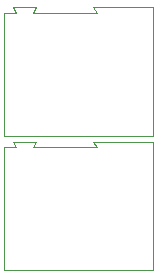
<source format=gbr>
%TF.GenerationSoftware,KiCad,Pcbnew,7.0.6*%
%TF.CreationDate,2023-09-01T15:44:31-05:00*%
%TF.ProjectId,basic_decoration_pcb,62617369-635f-4646-9563-6f726174696f,rev?*%
%TF.SameCoordinates,Original*%
%TF.FileFunction,Legend,Bot*%
%TF.FilePolarity,Positive*%
%FSLAX46Y46*%
G04 Gerber Fmt 4.6, Leading zero omitted, Abs format (unit mm)*
G04 Created by KiCad (PCBNEW 7.0.6) date 2023-09-01 15:44:31*
%MOMM*%
%LPD*%
G01*
G04 APERTURE LIST*
%ADD10C,0.120000*%
G04 APERTURE END LIST*
D10*
%TO.C,J_AC_INPUT1*%
X152323000Y-80929000D02*
X152323000Y-70579000D01*
X164923000Y-80929000D02*
X152323000Y-80929000D01*
X152323000Y-70579000D02*
X153273000Y-70579000D01*
X153273000Y-70579000D02*
X153023000Y-70079000D01*
X154723000Y-70579000D02*
X160123000Y-70579000D01*
X160123000Y-70579000D02*
X159823000Y-70079000D01*
X153023000Y-70079000D02*
X154923000Y-70079000D01*
X154923000Y-70079000D02*
X154973000Y-70079000D01*
X154973000Y-70079000D02*
X154723000Y-70579000D01*
X159823000Y-70079000D02*
X164923000Y-70079000D01*
X164923000Y-70079000D02*
X164923000Y-80929000D01*
%TO.C,J_AC_LOAD1*%
X152323000Y-69579000D02*
X152323000Y-59229000D01*
X164923000Y-69579000D02*
X152323000Y-69579000D01*
X152323000Y-59229000D02*
X153273000Y-59229000D01*
X153273000Y-59229000D02*
X153023000Y-58729000D01*
X154723000Y-59229000D02*
X160123000Y-59229000D01*
X160123000Y-59229000D02*
X159823000Y-58729000D01*
X153023000Y-58729000D02*
X154923000Y-58729000D01*
X154923000Y-58729000D02*
X154973000Y-58729000D01*
X154973000Y-58729000D02*
X154723000Y-59229000D01*
X159823000Y-58729000D02*
X164923000Y-58729000D01*
X164923000Y-58729000D02*
X164923000Y-69579000D01*
%TD*%
M02*

</source>
